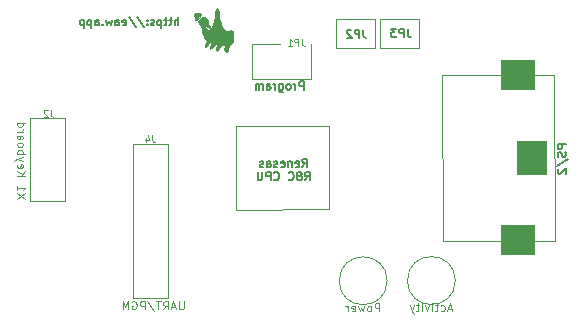
<source format=gbr>
G04 #@! TF.GenerationSoftware,KiCad,Pcbnew,(6.0.1-0)*
G04 #@! TF.CreationDate,2022-03-09T23:32:45+00:00*
G04 #@! TF.ProjectId,x1key,78316b65-792e-46b6-9963-61645f706362,1.2*
G04 #@! TF.SameCoordinates,Original*
G04 #@! TF.FileFunction,Legend,Bot*
G04 #@! TF.FilePolarity,Positive*
%FSLAX46Y46*%
G04 Gerber Fmt 4.6, Leading zero omitted, Abs format (unit mm)*
G04 Created by KiCad (PCBNEW (6.0.1-0)) date 2022-03-09 23:32:45*
%MOMM*%
%LPD*%
G01*
G04 APERTURE LIST*
%ADD10C,0.120000*%
%ADD11C,0.100000*%
%ADD12C,0.150000*%
%ADD13C,0.010000*%
%ADD14R,3.000000X2.500000*%
%ADD15R,2.500000X3.000000*%
G04 APERTURE END LIST*
D10*
X56775000Y-89945000D02*
X53785000Y-89945000D01*
X65490000Y-92120000D02*
X62510000Y-92120000D01*
X98175000Y-86280000D02*
X88700000Y-86290000D01*
X75000000Y-83630000D02*
X72630000Y-83630000D01*
X89814281Y-103680000D02*
G75*
G03*
X89814281Y-103680000I-2027141J0D01*
G01*
X79160000Y-90570000D02*
X71260000Y-90570000D01*
X83020000Y-84010000D02*
X83010000Y-81520000D01*
X72630000Y-83630000D02*
X72640000Y-86630000D01*
X83470000Y-81500000D02*
X83480000Y-84000000D01*
X72640000Y-86630000D02*
X77630000Y-86630000D01*
X84037141Y-103700000D02*
G75*
G03*
X84037141Y-103700000I-2027141J0D01*
G01*
X98225000Y-100340000D02*
X98175000Y-86280000D01*
X79720000Y-81520000D02*
X79750000Y-84020000D01*
X62510000Y-105120000D02*
X65510000Y-105120000D01*
X88730000Y-100330000D02*
X98225000Y-100340000D01*
X65510000Y-105120000D02*
X65490000Y-92120000D01*
X53795000Y-96945000D02*
X56785000Y-96935000D01*
X83010000Y-81520000D02*
X79730000Y-81520000D01*
X71270000Y-97670000D02*
X79160000Y-97660000D01*
X86770000Y-84000000D02*
X86770000Y-81500000D01*
X88700000Y-86290000D02*
X88730000Y-100330000D01*
X56785000Y-96935000D02*
X56775000Y-89945000D01*
X53785000Y-89945000D02*
X53795000Y-96945000D01*
X79160000Y-97660000D02*
X79160000Y-90570000D01*
X83480000Y-84000000D02*
X86770000Y-84000000D01*
X71260000Y-90570000D02*
X71270000Y-97670000D01*
X86770000Y-81500000D02*
X83480000Y-81500000D01*
X62510000Y-92120000D02*
X62510000Y-105120000D01*
X79750000Y-84020000D02*
X83020000Y-84010000D01*
X77630000Y-86630000D02*
X77620000Y-83630000D01*
D11*
X53423333Y-96733333D02*
X52723333Y-96266666D01*
X53423333Y-96266666D02*
X52723333Y-96733333D01*
X52723333Y-95633333D02*
X52723333Y-96033333D01*
X52723333Y-95833333D02*
X53423333Y-95833333D01*
X53323333Y-95900000D01*
X53256666Y-95966666D01*
X53223333Y-96033333D01*
X52723333Y-94800000D02*
X53423333Y-94800000D01*
X52723333Y-94400000D02*
X53123333Y-94700000D01*
X53423333Y-94400000D02*
X53023333Y-94800000D01*
X52756666Y-93833333D02*
X52723333Y-93900000D01*
X52723333Y-94033333D01*
X52756666Y-94100000D01*
X52823333Y-94133333D01*
X53090000Y-94133333D01*
X53156666Y-94100000D01*
X53190000Y-94033333D01*
X53190000Y-93900000D01*
X53156666Y-93833333D01*
X53090000Y-93800000D01*
X53023333Y-93800000D01*
X52956666Y-94133333D01*
X53190000Y-93566666D02*
X52723333Y-93400000D01*
X53190000Y-93233333D02*
X52723333Y-93400000D01*
X52556666Y-93466666D01*
X52523333Y-93500000D01*
X52490000Y-93566666D01*
X52723333Y-92966666D02*
X53423333Y-92966666D01*
X53156666Y-92966666D02*
X53190000Y-92900000D01*
X53190000Y-92766666D01*
X53156666Y-92700000D01*
X53123333Y-92666666D01*
X53056666Y-92633333D01*
X52856666Y-92633333D01*
X52790000Y-92666666D01*
X52756666Y-92700000D01*
X52723333Y-92766666D01*
X52723333Y-92900000D01*
X52756666Y-92966666D01*
X52723333Y-92233333D02*
X52756666Y-92300000D01*
X52790000Y-92333333D01*
X52856666Y-92366666D01*
X53056666Y-92366666D01*
X53123333Y-92333333D01*
X53156666Y-92300000D01*
X53190000Y-92233333D01*
X53190000Y-92133333D01*
X53156666Y-92066666D01*
X53123333Y-92033333D01*
X53056666Y-92000000D01*
X52856666Y-92000000D01*
X52790000Y-92033333D01*
X52756666Y-92066666D01*
X52723333Y-92133333D01*
X52723333Y-92233333D01*
X52723333Y-91400000D02*
X53090000Y-91400000D01*
X53156666Y-91433333D01*
X53190000Y-91500000D01*
X53190000Y-91633333D01*
X53156666Y-91700000D01*
X52756666Y-91400000D02*
X52723333Y-91466666D01*
X52723333Y-91633333D01*
X52756666Y-91700000D01*
X52823333Y-91733333D01*
X52890000Y-91733333D01*
X52956666Y-91700000D01*
X52990000Y-91633333D01*
X52990000Y-91466666D01*
X53023333Y-91400000D01*
X52723333Y-91066666D02*
X53190000Y-91066666D01*
X53056666Y-91066666D02*
X53123333Y-91033333D01*
X53156666Y-91000000D01*
X53190000Y-90933333D01*
X53190000Y-90866666D01*
X52723333Y-90333333D02*
X53423333Y-90333333D01*
X52756666Y-90333333D02*
X52723333Y-90400000D01*
X52723333Y-90533333D01*
X52756666Y-90600000D01*
X52790000Y-90633333D01*
X52856666Y-90666666D01*
X53056666Y-90666666D01*
X53123333Y-90633333D01*
X53156666Y-90600000D01*
X53190000Y-90533333D01*
X53190000Y-90400000D01*
X53156666Y-90333333D01*
D12*
X76973333Y-87506666D02*
X76973333Y-86806666D01*
X76706666Y-86806666D01*
X76640000Y-86840000D01*
X76606666Y-86873333D01*
X76573333Y-86940000D01*
X76573333Y-87040000D01*
X76606666Y-87106666D01*
X76640000Y-87140000D01*
X76706666Y-87173333D01*
X76973333Y-87173333D01*
X76273333Y-87506666D02*
X76273333Y-87040000D01*
X76273333Y-87173333D02*
X76240000Y-87106666D01*
X76206666Y-87073333D01*
X76140000Y-87040000D01*
X76073333Y-87040000D01*
X75740000Y-87506666D02*
X75806666Y-87473333D01*
X75840000Y-87440000D01*
X75873333Y-87373333D01*
X75873333Y-87173333D01*
X75840000Y-87106666D01*
X75806666Y-87073333D01*
X75740000Y-87040000D01*
X75640000Y-87040000D01*
X75573333Y-87073333D01*
X75540000Y-87106666D01*
X75506666Y-87173333D01*
X75506666Y-87373333D01*
X75540000Y-87440000D01*
X75573333Y-87473333D01*
X75640000Y-87506666D01*
X75740000Y-87506666D01*
X74906666Y-87040000D02*
X74906666Y-87606666D01*
X74940000Y-87673333D01*
X74973333Y-87706666D01*
X75040000Y-87740000D01*
X75140000Y-87740000D01*
X75206666Y-87706666D01*
X74906666Y-87473333D02*
X74973333Y-87506666D01*
X75106666Y-87506666D01*
X75173333Y-87473333D01*
X75206666Y-87440000D01*
X75240000Y-87373333D01*
X75240000Y-87173333D01*
X75206666Y-87106666D01*
X75173333Y-87073333D01*
X75106666Y-87040000D01*
X74973333Y-87040000D01*
X74906666Y-87073333D01*
X74573333Y-87506666D02*
X74573333Y-87040000D01*
X74573333Y-87173333D02*
X74540000Y-87106666D01*
X74506666Y-87073333D01*
X74440000Y-87040000D01*
X74373333Y-87040000D01*
X73840000Y-87506666D02*
X73840000Y-87140000D01*
X73873333Y-87073333D01*
X73940000Y-87040000D01*
X74073333Y-87040000D01*
X74140000Y-87073333D01*
X73840000Y-87473333D02*
X73906666Y-87506666D01*
X74073333Y-87506666D01*
X74140000Y-87473333D01*
X74173333Y-87406666D01*
X74173333Y-87340000D01*
X74140000Y-87273333D01*
X74073333Y-87240000D01*
X73906666Y-87240000D01*
X73840000Y-87206666D01*
X73506666Y-87506666D02*
X73506666Y-87040000D01*
X73506666Y-87106666D02*
X73473333Y-87073333D01*
X73406666Y-87040000D01*
X73306666Y-87040000D01*
X73240000Y-87073333D01*
X73206666Y-87140000D01*
X73206666Y-87506666D01*
X73206666Y-87140000D02*
X73173333Y-87073333D01*
X73106666Y-87040000D01*
X73006666Y-87040000D01*
X72940000Y-87073333D01*
X72906666Y-87140000D01*
X72906666Y-87506666D01*
D11*
X66803333Y-105426666D02*
X66803333Y-105993333D01*
X66770000Y-106060000D01*
X66736666Y-106093333D01*
X66670000Y-106126666D01*
X66536666Y-106126666D01*
X66470000Y-106093333D01*
X66436666Y-106060000D01*
X66403333Y-105993333D01*
X66403333Y-105426666D01*
X66103333Y-105926666D02*
X65770000Y-105926666D01*
X66170000Y-106126666D02*
X65936666Y-105426666D01*
X65703333Y-106126666D01*
X65070000Y-106126666D02*
X65303333Y-105793333D01*
X65470000Y-106126666D02*
X65470000Y-105426666D01*
X65203333Y-105426666D01*
X65136666Y-105460000D01*
X65103333Y-105493333D01*
X65070000Y-105560000D01*
X65070000Y-105660000D01*
X65103333Y-105726666D01*
X65136666Y-105760000D01*
X65203333Y-105793333D01*
X65470000Y-105793333D01*
X64870000Y-105426666D02*
X64470000Y-105426666D01*
X64670000Y-106126666D02*
X64670000Y-105426666D01*
X63736666Y-105393333D02*
X64336666Y-106293333D01*
X63503333Y-106126666D02*
X63503333Y-105426666D01*
X63236666Y-105426666D01*
X63170000Y-105460000D01*
X63136666Y-105493333D01*
X63103333Y-105560000D01*
X63103333Y-105660000D01*
X63136666Y-105726666D01*
X63170000Y-105760000D01*
X63236666Y-105793333D01*
X63503333Y-105793333D01*
X62436666Y-105460000D02*
X62503333Y-105426666D01*
X62603333Y-105426666D01*
X62703333Y-105460000D01*
X62770000Y-105526666D01*
X62803333Y-105593333D01*
X62836666Y-105726666D01*
X62836666Y-105826666D01*
X62803333Y-105960000D01*
X62770000Y-106026666D01*
X62703333Y-106093333D01*
X62603333Y-106126666D01*
X62536666Y-106126666D01*
X62436666Y-106093333D01*
X62403333Y-106060000D01*
X62403333Y-105826666D01*
X62536666Y-105826666D01*
X62103333Y-106126666D02*
X62103333Y-105426666D01*
X61870000Y-105926666D01*
X61636666Y-105426666D01*
X61636666Y-106126666D01*
X83383333Y-106296666D02*
X83383333Y-105596666D01*
X83116666Y-105596666D01*
X83050000Y-105630000D01*
X83016666Y-105663333D01*
X82983333Y-105730000D01*
X82983333Y-105830000D01*
X83016666Y-105896666D01*
X83050000Y-105930000D01*
X83116666Y-105963333D01*
X83383333Y-105963333D01*
X82583333Y-106296666D02*
X82650000Y-106263333D01*
X82683333Y-106230000D01*
X82716666Y-106163333D01*
X82716666Y-105963333D01*
X82683333Y-105896666D01*
X82650000Y-105863333D01*
X82583333Y-105830000D01*
X82483333Y-105830000D01*
X82416666Y-105863333D01*
X82383333Y-105896666D01*
X82350000Y-105963333D01*
X82350000Y-106163333D01*
X82383333Y-106230000D01*
X82416666Y-106263333D01*
X82483333Y-106296666D01*
X82583333Y-106296666D01*
X82116666Y-105830000D02*
X81983333Y-106296666D01*
X81850000Y-105963333D01*
X81716666Y-106296666D01*
X81583333Y-105830000D01*
X81050000Y-106263333D02*
X81116666Y-106296666D01*
X81250000Y-106296666D01*
X81316666Y-106263333D01*
X81350000Y-106196666D01*
X81350000Y-105930000D01*
X81316666Y-105863333D01*
X81250000Y-105830000D01*
X81116666Y-105830000D01*
X81050000Y-105863333D01*
X81016666Y-105930000D01*
X81016666Y-105996666D01*
X81350000Y-106063333D01*
X80716666Y-106296666D02*
X80716666Y-105830000D01*
X80716666Y-105963333D02*
X80683333Y-105896666D01*
X80650000Y-105863333D01*
X80583333Y-105830000D01*
X80516666Y-105830000D01*
D12*
X99176666Y-92153333D02*
X98476666Y-92153333D01*
X98476666Y-92420000D01*
X98510000Y-92486666D01*
X98543333Y-92520000D01*
X98610000Y-92553333D01*
X98710000Y-92553333D01*
X98776666Y-92520000D01*
X98810000Y-92486666D01*
X98843333Y-92420000D01*
X98843333Y-92153333D01*
X99143333Y-92820000D02*
X99176666Y-92920000D01*
X99176666Y-93086666D01*
X99143333Y-93153333D01*
X99110000Y-93186666D01*
X99043333Y-93220000D01*
X98976666Y-93220000D01*
X98910000Y-93186666D01*
X98876666Y-93153333D01*
X98843333Y-93086666D01*
X98810000Y-92953333D01*
X98776666Y-92886666D01*
X98743333Y-92853333D01*
X98676666Y-92820000D01*
X98610000Y-92820000D01*
X98543333Y-92853333D01*
X98510000Y-92886666D01*
X98476666Y-92953333D01*
X98476666Y-93120000D01*
X98510000Y-93220000D01*
X98443333Y-94020000D02*
X99343333Y-93420000D01*
X98543333Y-94220000D02*
X98510000Y-94253333D01*
X98476666Y-94320000D01*
X98476666Y-94486666D01*
X98510000Y-94553333D01*
X98543333Y-94586666D01*
X98610000Y-94620000D01*
X98676666Y-94620000D01*
X98776666Y-94586666D01*
X99176666Y-94186666D01*
X99176666Y-94620000D01*
D11*
X89503333Y-106056666D02*
X89170000Y-106056666D01*
X89570000Y-106256666D02*
X89336666Y-105556666D01*
X89103333Y-106256666D01*
X88570000Y-106223333D02*
X88636666Y-106256666D01*
X88770000Y-106256666D01*
X88836666Y-106223333D01*
X88870000Y-106190000D01*
X88903333Y-106123333D01*
X88903333Y-105923333D01*
X88870000Y-105856666D01*
X88836666Y-105823333D01*
X88770000Y-105790000D01*
X88636666Y-105790000D01*
X88570000Y-105823333D01*
X88370000Y-105790000D02*
X88103333Y-105790000D01*
X88270000Y-105556666D02*
X88270000Y-106156666D01*
X88236666Y-106223333D01*
X88170000Y-106256666D01*
X88103333Y-106256666D01*
X87870000Y-106256666D02*
X87870000Y-105790000D01*
X87870000Y-105556666D02*
X87903333Y-105590000D01*
X87870000Y-105623333D01*
X87836666Y-105590000D01*
X87870000Y-105556666D01*
X87870000Y-105623333D01*
X87603333Y-105790000D02*
X87436666Y-106256666D01*
X87270000Y-105790000D01*
X87003333Y-106256666D02*
X87003333Y-105790000D01*
X87003333Y-105556666D02*
X87036666Y-105590000D01*
X87003333Y-105623333D01*
X86970000Y-105590000D01*
X87003333Y-105556666D01*
X87003333Y-105623333D01*
X86770000Y-105790000D02*
X86503333Y-105790000D01*
X86670000Y-105556666D02*
X86670000Y-106156666D01*
X86636666Y-106223333D01*
X86570000Y-106256666D01*
X86503333Y-106256666D01*
X86336666Y-105790000D02*
X86170000Y-106256666D01*
X86003333Y-105790000D02*
X86170000Y-106256666D01*
X86236666Y-106423333D01*
X86270000Y-106456666D01*
X86336666Y-106490000D01*
D12*
X76853333Y-94063166D02*
X77086666Y-93729833D01*
X77253333Y-94063166D02*
X77253333Y-93363166D01*
X76986666Y-93363166D01*
X76920000Y-93396500D01*
X76886666Y-93429833D01*
X76853333Y-93496500D01*
X76853333Y-93596500D01*
X76886666Y-93663166D01*
X76920000Y-93696500D01*
X76986666Y-93729833D01*
X77253333Y-93729833D01*
X76286666Y-94029833D02*
X76353333Y-94063166D01*
X76486666Y-94063166D01*
X76553333Y-94029833D01*
X76586666Y-93963166D01*
X76586666Y-93696500D01*
X76553333Y-93629833D01*
X76486666Y-93596500D01*
X76353333Y-93596500D01*
X76286666Y-93629833D01*
X76253333Y-93696500D01*
X76253333Y-93763166D01*
X76586666Y-93829833D01*
X75953333Y-93596500D02*
X75953333Y-94063166D01*
X75953333Y-93663166D02*
X75920000Y-93629833D01*
X75853333Y-93596500D01*
X75753333Y-93596500D01*
X75686666Y-93629833D01*
X75653333Y-93696500D01*
X75653333Y-94063166D01*
X75053333Y-94029833D02*
X75120000Y-94063166D01*
X75253333Y-94063166D01*
X75320000Y-94029833D01*
X75353333Y-93963166D01*
X75353333Y-93696500D01*
X75320000Y-93629833D01*
X75253333Y-93596500D01*
X75120000Y-93596500D01*
X75053333Y-93629833D01*
X75020000Y-93696500D01*
X75020000Y-93763166D01*
X75353333Y-93829833D01*
X74753333Y-94029833D02*
X74686666Y-94063166D01*
X74553333Y-94063166D01*
X74486666Y-94029833D01*
X74453333Y-93963166D01*
X74453333Y-93929833D01*
X74486666Y-93863166D01*
X74553333Y-93829833D01*
X74653333Y-93829833D01*
X74720000Y-93796500D01*
X74753333Y-93729833D01*
X74753333Y-93696500D01*
X74720000Y-93629833D01*
X74653333Y-93596500D01*
X74553333Y-93596500D01*
X74486666Y-93629833D01*
X73853333Y-94063166D02*
X73853333Y-93696500D01*
X73886666Y-93629833D01*
X73953333Y-93596500D01*
X74086666Y-93596500D01*
X74153333Y-93629833D01*
X73853333Y-94029833D02*
X73920000Y-94063166D01*
X74086666Y-94063166D01*
X74153333Y-94029833D01*
X74186666Y-93963166D01*
X74186666Y-93896500D01*
X74153333Y-93829833D01*
X74086666Y-93796500D01*
X73920000Y-93796500D01*
X73853333Y-93763166D01*
X73553333Y-94029833D02*
X73486666Y-94063166D01*
X73353333Y-94063166D01*
X73286666Y-94029833D01*
X73253333Y-93963166D01*
X73253333Y-93929833D01*
X73286666Y-93863166D01*
X73353333Y-93829833D01*
X73453333Y-93829833D01*
X73520000Y-93796500D01*
X73553333Y-93729833D01*
X73553333Y-93696500D01*
X73520000Y-93629833D01*
X73453333Y-93596500D01*
X73353333Y-93596500D01*
X73286666Y-93629833D01*
X77070000Y-95190166D02*
X77303333Y-94856833D01*
X77470000Y-95190166D02*
X77470000Y-94490166D01*
X77203333Y-94490166D01*
X77136666Y-94523500D01*
X77103333Y-94556833D01*
X77070000Y-94623500D01*
X77070000Y-94723500D01*
X77103333Y-94790166D01*
X77136666Y-94823500D01*
X77203333Y-94856833D01*
X77470000Y-94856833D01*
X76670000Y-94790166D02*
X76736666Y-94756833D01*
X76770000Y-94723500D01*
X76803333Y-94656833D01*
X76803333Y-94623500D01*
X76770000Y-94556833D01*
X76736666Y-94523500D01*
X76670000Y-94490166D01*
X76536666Y-94490166D01*
X76470000Y-94523500D01*
X76436666Y-94556833D01*
X76403333Y-94623500D01*
X76403333Y-94656833D01*
X76436666Y-94723500D01*
X76470000Y-94756833D01*
X76536666Y-94790166D01*
X76670000Y-94790166D01*
X76736666Y-94823500D01*
X76770000Y-94856833D01*
X76803333Y-94923500D01*
X76803333Y-95056833D01*
X76770000Y-95123500D01*
X76736666Y-95156833D01*
X76670000Y-95190166D01*
X76536666Y-95190166D01*
X76470000Y-95156833D01*
X76436666Y-95123500D01*
X76403333Y-95056833D01*
X76403333Y-94923500D01*
X76436666Y-94856833D01*
X76470000Y-94823500D01*
X76536666Y-94790166D01*
X75703333Y-95123500D02*
X75736666Y-95156833D01*
X75836666Y-95190166D01*
X75903333Y-95190166D01*
X76003333Y-95156833D01*
X76070000Y-95090166D01*
X76103333Y-95023500D01*
X76136666Y-94890166D01*
X76136666Y-94790166D01*
X76103333Y-94656833D01*
X76070000Y-94590166D01*
X76003333Y-94523500D01*
X75903333Y-94490166D01*
X75836666Y-94490166D01*
X75736666Y-94523500D01*
X75703333Y-94556833D01*
X74470000Y-95123500D02*
X74503333Y-95156833D01*
X74603333Y-95190166D01*
X74670000Y-95190166D01*
X74770000Y-95156833D01*
X74836666Y-95090166D01*
X74870000Y-95023500D01*
X74903333Y-94890166D01*
X74903333Y-94790166D01*
X74870000Y-94656833D01*
X74836666Y-94590166D01*
X74770000Y-94523500D01*
X74670000Y-94490166D01*
X74603333Y-94490166D01*
X74503333Y-94523500D01*
X74470000Y-94556833D01*
X74170000Y-95190166D02*
X74170000Y-94490166D01*
X73903333Y-94490166D01*
X73836666Y-94523500D01*
X73803333Y-94556833D01*
X73770000Y-94623500D01*
X73770000Y-94723500D01*
X73803333Y-94790166D01*
X73836666Y-94823500D01*
X73903333Y-94856833D01*
X74170000Y-94856833D01*
X73470000Y-94490166D02*
X73470000Y-95056833D01*
X73436666Y-95123500D01*
X73403333Y-95156833D01*
X73336666Y-95190166D01*
X73203333Y-95190166D01*
X73136666Y-95156833D01*
X73103333Y-95123500D01*
X73070000Y-95056833D01*
X73070000Y-94490166D01*
X66360000Y-82066666D02*
X66360000Y-81366666D01*
X66060000Y-82066666D02*
X66060000Y-81700000D01*
X66093333Y-81633333D01*
X66160000Y-81600000D01*
X66260000Y-81600000D01*
X66326666Y-81633333D01*
X66360000Y-81666666D01*
X65826666Y-81600000D02*
X65560000Y-81600000D01*
X65726666Y-81366666D02*
X65726666Y-81966666D01*
X65693333Y-82033333D01*
X65626666Y-82066666D01*
X65560000Y-82066666D01*
X65426666Y-81600000D02*
X65160000Y-81600000D01*
X65326666Y-81366666D02*
X65326666Y-81966666D01*
X65293333Y-82033333D01*
X65226666Y-82066666D01*
X65160000Y-82066666D01*
X64926666Y-81600000D02*
X64926666Y-82300000D01*
X64926666Y-81633333D02*
X64860000Y-81600000D01*
X64726666Y-81600000D01*
X64660000Y-81633333D01*
X64626666Y-81666666D01*
X64593333Y-81733333D01*
X64593333Y-81933333D01*
X64626666Y-82000000D01*
X64660000Y-82033333D01*
X64726666Y-82066666D01*
X64860000Y-82066666D01*
X64926666Y-82033333D01*
X64326666Y-82033333D02*
X64260000Y-82066666D01*
X64126666Y-82066666D01*
X64060000Y-82033333D01*
X64026666Y-81966666D01*
X64026666Y-81933333D01*
X64060000Y-81866666D01*
X64126666Y-81833333D01*
X64226666Y-81833333D01*
X64293333Y-81800000D01*
X64326666Y-81733333D01*
X64326666Y-81700000D01*
X64293333Y-81633333D01*
X64226666Y-81600000D01*
X64126666Y-81600000D01*
X64060000Y-81633333D01*
X63726666Y-82000000D02*
X63693333Y-82033333D01*
X63726666Y-82066666D01*
X63760000Y-82033333D01*
X63726666Y-82000000D01*
X63726666Y-82066666D01*
X63726666Y-81633333D02*
X63693333Y-81666666D01*
X63726666Y-81700000D01*
X63760000Y-81666666D01*
X63726666Y-81633333D01*
X63726666Y-81700000D01*
X62893333Y-81333333D02*
X63493333Y-82233333D01*
X62160000Y-81333333D02*
X62760000Y-82233333D01*
X61660000Y-82033333D02*
X61726666Y-82066666D01*
X61860000Y-82066666D01*
X61926666Y-82033333D01*
X61960000Y-81966666D01*
X61960000Y-81700000D01*
X61926666Y-81633333D01*
X61860000Y-81600000D01*
X61726666Y-81600000D01*
X61660000Y-81633333D01*
X61626666Y-81700000D01*
X61626666Y-81766666D01*
X61960000Y-81833333D01*
X61026666Y-82066666D02*
X61026666Y-81700000D01*
X61060000Y-81633333D01*
X61126666Y-81600000D01*
X61260000Y-81600000D01*
X61326666Y-81633333D01*
X61026666Y-82033333D02*
X61093333Y-82066666D01*
X61260000Y-82066666D01*
X61326666Y-82033333D01*
X61360000Y-81966666D01*
X61360000Y-81900000D01*
X61326666Y-81833333D01*
X61260000Y-81800000D01*
X61093333Y-81800000D01*
X61026666Y-81766666D01*
X60760000Y-81600000D02*
X60626666Y-82066666D01*
X60493333Y-81733333D01*
X60360000Y-82066666D01*
X60226666Y-81600000D01*
X59960000Y-82000000D02*
X59926666Y-82033333D01*
X59960000Y-82066666D01*
X59993333Y-82033333D01*
X59960000Y-82000000D01*
X59960000Y-82066666D01*
X59326666Y-82066666D02*
X59326666Y-81700000D01*
X59360000Y-81633333D01*
X59426666Y-81600000D01*
X59560000Y-81600000D01*
X59626666Y-81633333D01*
X59326666Y-82033333D02*
X59393333Y-82066666D01*
X59560000Y-82066666D01*
X59626666Y-82033333D01*
X59660000Y-81966666D01*
X59660000Y-81900000D01*
X59626666Y-81833333D01*
X59560000Y-81800000D01*
X59393333Y-81800000D01*
X59326666Y-81766666D01*
X58993333Y-81600000D02*
X58993333Y-82300000D01*
X58993333Y-81633333D02*
X58926666Y-81600000D01*
X58793333Y-81600000D01*
X58726666Y-81633333D01*
X58693333Y-81666666D01*
X58660000Y-81733333D01*
X58660000Y-81933333D01*
X58693333Y-82000000D01*
X58726666Y-82033333D01*
X58793333Y-82066666D01*
X58926666Y-82066666D01*
X58993333Y-82033333D01*
X58360000Y-81600000D02*
X58360000Y-82300000D01*
X58360000Y-81633333D02*
X58293333Y-81600000D01*
X58160000Y-81600000D01*
X58093333Y-81633333D01*
X58060000Y-81666666D01*
X58026666Y-81733333D01*
X58026666Y-81933333D01*
X58060000Y-82000000D01*
X58093333Y-82033333D01*
X58160000Y-82066666D01*
X58293333Y-82066666D01*
X58360000Y-82033333D01*
D11*
X64160000Y-91371428D02*
X64160000Y-91800000D01*
X64188571Y-91885714D01*
X64245714Y-91942857D01*
X64331428Y-91971428D01*
X64388571Y-91971428D01*
X63617142Y-91571428D02*
X63617142Y-91971428D01*
X63760000Y-91342857D02*
X63902857Y-91771428D01*
X63531428Y-91771428D01*
D12*
X82023333Y-82426666D02*
X82023333Y-82926666D01*
X82056666Y-83026666D01*
X82123333Y-83093333D01*
X82223333Y-83126666D01*
X82290000Y-83126666D01*
X81690000Y-83126666D02*
X81690000Y-82426666D01*
X81423333Y-82426666D01*
X81356666Y-82460000D01*
X81323333Y-82493333D01*
X81290000Y-82560000D01*
X81290000Y-82660000D01*
X81323333Y-82726666D01*
X81356666Y-82760000D01*
X81423333Y-82793333D01*
X81690000Y-82793333D01*
X81023333Y-82493333D02*
X80990000Y-82460000D01*
X80923333Y-82426666D01*
X80756666Y-82426666D01*
X80690000Y-82460000D01*
X80656666Y-82493333D01*
X80623333Y-82560000D01*
X80623333Y-82626666D01*
X80656666Y-82726666D01*
X81056666Y-83126666D01*
X80623333Y-83126666D01*
X85773333Y-82376666D02*
X85773333Y-82876666D01*
X85806666Y-82976666D01*
X85873333Y-83043333D01*
X85973333Y-83076666D01*
X86040000Y-83076666D01*
X85440000Y-83076666D02*
X85440000Y-82376666D01*
X85173333Y-82376666D01*
X85106666Y-82410000D01*
X85073333Y-82443333D01*
X85040000Y-82510000D01*
X85040000Y-82610000D01*
X85073333Y-82676666D01*
X85106666Y-82710000D01*
X85173333Y-82743333D01*
X85440000Y-82743333D01*
X84806666Y-82376666D02*
X84373333Y-82376666D01*
X84606666Y-82643333D01*
X84506666Y-82643333D01*
X84440000Y-82676666D01*
X84406666Y-82710000D01*
X84373333Y-82776666D01*
X84373333Y-82943333D01*
X84406666Y-83010000D01*
X84440000Y-83043333D01*
X84506666Y-83076666D01*
X84706666Y-83076666D01*
X84773333Y-83043333D01*
X84806666Y-83010000D01*
D11*
X76820000Y-83201428D02*
X76820000Y-83630000D01*
X76848571Y-83715714D01*
X76905714Y-83772857D01*
X76991428Y-83801428D01*
X77048571Y-83801428D01*
X76534285Y-83801428D02*
X76534285Y-83201428D01*
X76305714Y-83201428D01*
X76248571Y-83230000D01*
X76220000Y-83258571D01*
X76191428Y-83315714D01*
X76191428Y-83401428D01*
X76220000Y-83458571D01*
X76248571Y-83487142D01*
X76305714Y-83515714D01*
X76534285Y-83515714D01*
X75620000Y-83801428D02*
X75962857Y-83801428D01*
X75791428Y-83801428D02*
X75791428Y-83201428D01*
X75848571Y-83287142D01*
X75905714Y-83344285D01*
X75962857Y-83372857D01*
X55550000Y-89201428D02*
X55550000Y-89630000D01*
X55578571Y-89715714D01*
X55635714Y-89772857D01*
X55721428Y-89801428D01*
X55778571Y-89801428D01*
X55292857Y-89258571D02*
X55264285Y-89230000D01*
X55207142Y-89201428D01*
X55064285Y-89201428D01*
X55007142Y-89230000D01*
X54978571Y-89258571D01*
X54950000Y-89315714D01*
X54950000Y-89372857D01*
X54978571Y-89458571D01*
X55321428Y-89801428D01*
X54950000Y-89801428D01*
D13*
X69536711Y-80782326D02*
X69459057Y-80970780D01*
X69459057Y-80970780D02*
X69463862Y-81105354D01*
X69463862Y-81105354D02*
X69469716Y-81243532D01*
X69469716Y-81243532D02*
X69437802Y-81474102D01*
X69437802Y-81474102D02*
X69380397Y-81746503D01*
X69380397Y-81746503D02*
X69309776Y-82010174D01*
X69309776Y-82010174D02*
X69238216Y-82214552D01*
X69238216Y-82214552D02*
X69177992Y-82309078D01*
X69177992Y-82309078D02*
X69171223Y-82310667D01*
X69171223Y-82310667D02*
X69042726Y-82240289D01*
X69042726Y-82240289D02*
X68921329Y-82077325D01*
X68921329Y-82077325D02*
X68866195Y-81929667D01*
X68866195Y-81929667D02*
X68493333Y-81929667D01*
X68493333Y-81929667D02*
X68451000Y-81972000D01*
X68451000Y-81972000D02*
X68408666Y-81929667D01*
X68408666Y-81929667D02*
X68451000Y-81887334D01*
X68451000Y-81887334D02*
X68493333Y-81929667D01*
X68493333Y-81929667D02*
X68866195Y-81929667D01*
X68866195Y-81929667D02*
X68852886Y-81894025D01*
X68852886Y-81894025D02*
X68854281Y-81811273D01*
X68854281Y-81811273D02*
X68844383Y-81718000D01*
X68844383Y-81718000D02*
X68662666Y-81718000D01*
X68662666Y-81718000D02*
X68633780Y-81800466D01*
X68633780Y-81800466D02*
X68625330Y-81802667D01*
X68625330Y-81802667D02*
X68553044Y-81743338D01*
X68553044Y-81743338D02*
X68535666Y-81718000D01*
X68535666Y-81718000D02*
X68540862Y-81657603D01*
X68540862Y-81657603D02*
X68310352Y-81657603D01*
X68310352Y-81657603D02*
X68289751Y-81704918D01*
X68289751Y-81704918D02*
X68204501Y-81795812D01*
X68204501Y-81795812D02*
X68155491Y-81777166D01*
X68155491Y-81777166D02*
X68154666Y-81765330D01*
X68154666Y-81765330D02*
X68214803Y-81693718D01*
X68214803Y-81693718D02*
X68252415Y-81667582D01*
X68252415Y-81667582D02*
X68310352Y-81657603D01*
X68310352Y-81657603D02*
X68540862Y-81657603D01*
X68540862Y-81657603D02*
X68542379Y-81639981D01*
X68542379Y-81639981D02*
X68573003Y-81633334D01*
X68573003Y-81633334D02*
X68659221Y-81694794D01*
X68659221Y-81694794D02*
X68662666Y-81718000D01*
X68662666Y-81718000D02*
X68844383Y-81718000D01*
X68844383Y-81718000D02*
X68834356Y-81623520D01*
X68834356Y-81623520D02*
X68715635Y-81451847D01*
X68715635Y-81451847D02*
X68548962Y-81351099D01*
X68548962Y-81351099D02*
X68429227Y-81352759D01*
X68429227Y-81352759D02*
X68169830Y-81498162D01*
X68169830Y-81498162D02*
X68054178Y-81684449D01*
X68054178Y-81684449D02*
X68091064Y-81885944D01*
X68091064Y-81885944D02*
X68202692Y-82014334D01*
X68202692Y-82014334D02*
X68272648Y-82143931D01*
X68272648Y-82143931D02*
X68334223Y-82375103D01*
X68334223Y-82375103D02*
X68354574Y-82501808D01*
X68354574Y-82501808D02*
X68419744Y-82802464D01*
X68419744Y-82802464D02*
X68524029Y-83070829D01*
X68524029Y-83070829D02*
X68645147Y-83260788D01*
X68645147Y-83260788D02*
X68753133Y-83326667D01*
X68753133Y-83326667D02*
X68764120Y-83389525D01*
X68764120Y-83389525D02*
X68698861Y-83543944D01*
X68698861Y-83543944D02*
X68681485Y-83575201D01*
X68681485Y-83575201D02*
X68613794Y-83746176D01*
X68613794Y-83746176D02*
X68606788Y-83878144D01*
X68606788Y-83878144D02*
X68649640Y-83930964D01*
X68649640Y-83930964D02*
X68731525Y-83864498D01*
X68731525Y-83864498D02*
X68751271Y-83833962D01*
X68751271Y-83833962D02*
X68889842Y-83612796D01*
X68889842Y-83612796D02*
X68976526Y-83513710D01*
X68976526Y-83513710D02*
X69042064Y-83510982D01*
X69042064Y-83510982D02*
X69089851Y-83550652D01*
X69089851Y-83550652D02*
X69139078Y-83655320D01*
X69139078Y-83655320D02*
X69093377Y-83703107D01*
X69093377Y-83703107D02*
X69022767Y-83810489D01*
X69022767Y-83810489D02*
X69003560Y-83960789D01*
X69003560Y-83960789D02*
X69039373Y-84072584D01*
X69039373Y-84072584D02*
X69076262Y-84088667D01*
X69076262Y-84088667D02*
X69171467Y-84024953D01*
X69171467Y-84024953D02*
X69289881Y-83877000D01*
X69289881Y-83877000D02*
X69422394Y-83732472D01*
X69422394Y-83732472D02*
X69554153Y-83665741D01*
X69554153Y-83665741D02*
X69641843Y-83684755D01*
X69641843Y-83684755D02*
X69642145Y-83797462D01*
X69642145Y-83797462D02*
X69635986Y-83813500D01*
X69635986Y-83813500D02*
X69567278Y-84067595D01*
X69567278Y-84067595D02*
X69611288Y-84211367D01*
X69611288Y-84211367D02*
X69645906Y-84230912D01*
X69645906Y-84230912D02*
X69739063Y-84185438D01*
X69739063Y-84185438D02*
X69837227Y-84029604D01*
X69837227Y-84029604D02*
X69843121Y-84015778D01*
X69843121Y-84015778D02*
X69951474Y-83850919D01*
X69951474Y-83850919D02*
X70092758Y-83741874D01*
X70092758Y-83741874D02*
X70225274Y-83702116D01*
X70225274Y-83702116D02*
X70307321Y-83745117D01*
X70307321Y-83745117D02*
X70303085Y-83867172D01*
X70303085Y-83867172D02*
X70243244Y-84130363D01*
X70243244Y-84130363D02*
X70276925Y-84275537D01*
X70276925Y-84275537D02*
X70365706Y-84322257D01*
X70365706Y-84322257D02*
X70466508Y-84293155D01*
X70466508Y-84293155D02*
X70532810Y-84135719D01*
X70532810Y-84135719D02*
X70556266Y-84013882D01*
X70556266Y-84013882D02*
X70615255Y-83782339D01*
X70615255Y-83782339D02*
X70714047Y-83674145D01*
X70714047Y-83674145D02*
X70800560Y-83650048D01*
X70800560Y-83650048D02*
X70923689Y-83604967D01*
X70923689Y-83604967D02*
X70987763Y-83483995D01*
X70987763Y-83483995D02*
X71017737Y-83248791D01*
X71017737Y-83248791D02*
X71023021Y-82965785D01*
X71023021Y-82965785D02*
X71003297Y-82721036D01*
X71003297Y-82721036D02*
X70993231Y-82670414D01*
X70993231Y-82670414D02*
X70962443Y-82592889D01*
X70962443Y-82592889D02*
X69650444Y-82592889D01*
X69650444Y-82592889D02*
X69638822Y-82643223D01*
X69638822Y-82643223D02*
X69594000Y-82649334D01*
X69594000Y-82649334D02*
X69524310Y-82618355D01*
X69524310Y-82618355D02*
X69537555Y-82592889D01*
X69537555Y-82592889D02*
X69638035Y-82582756D01*
X69638035Y-82582756D02*
X69650444Y-82592889D01*
X69650444Y-82592889D02*
X70962443Y-82592889D01*
X70962443Y-82592889D02*
X70941404Y-82539914D01*
X70941404Y-82539914D02*
X70839755Y-82496846D01*
X70839755Y-82496846D02*
X70632184Y-82518596D01*
X70632184Y-82518596D02*
X70621169Y-82520446D01*
X70621169Y-82520446D02*
X70349246Y-82533143D01*
X70349246Y-82533143D02*
X70300053Y-82508222D01*
X70300053Y-82508222D02*
X69396444Y-82508222D01*
X69396444Y-82508222D02*
X69384822Y-82558557D01*
X69384822Y-82558557D02*
X69340000Y-82564667D01*
X69340000Y-82564667D02*
X69270310Y-82533689D01*
X69270310Y-82533689D02*
X69283555Y-82508222D01*
X69283555Y-82508222D02*
X69384035Y-82498089D01*
X69384035Y-82498089D02*
X69396444Y-82508222D01*
X69396444Y-82508222D02*
X70300053Y-82508222D01*
X70300053Y-82508222D02*
X70234251Y-82474887D01*
X70234251Y-82474887D02*
X69024603Y-82474887D01*
X69024603Y-82474887D02*
X68916168Y-82442951D01*
X68916168Y-82442951D02*
X68735546Y-82317955D01*
X68735546Y-82317955D02*
X68615132Y-82186305D01*
X68615132Y-82186305D02*
X68599841Y-82091671D01*
X68599841Y-82091671D02*
X68601732Y-82089611D01*
X68601732Y-82089611D02*
X68696826Y-82100209D01*
X68696826Y-82100209D02*
X68850971Y-82208962D01*
X68850971Y-82208962D02*
X68896141Y-82251657D01*
X68896141Y-82251657D02*
X69024528Y-82408398D01*
X69024528Y-82408398D02*
X69024603Y-82474887D01*
X69024603Y-82474887D02*
X70234251Y-82474887D01*
X70234251Y-82474887D02*
X70212412Y-82463824D01*
X70212412Y-82463824D02*
X70127661Y-82310667D01*
X70127661Y-82310667D02*
X69763333Y-82310667D01*
X69763333Y-82310667D02*
X69698904Y-82392873D01*
X69698904Y-82392873D02*
X69678666Y-82395334D01*
X69678666Y-82395334D02*
X69596460Y-82330904D01*
X69596460Y-82330904D02*
X69594000Y-82310667D01*
X69594000Y-82310667D02*
X69658429Y-82228460D01*
X69658429Y-82228460D02*
X69678666Y-82226000D01*
X69678666Y-82226000D02*
X69760873Y-82290429D01*
X69760873Y-82290429D02*
X69763333Y-82310667D01*
X69763333Y-82310667D02*
X70127661Y-82310667D01*
X70127661Y-82310667D02*
X70116919Y-82291255D01*
X70116919Y-82291255D02*
X70091219Y-82226000D01*
X70091219Y-82226000D02*
X69932666Y-82226000D01*
X69932666Y-82226000D02*
X69901688Y-82295690D01*
X69901688Y-82295690D02*
X69876222Y-82282445D01*
X69876222Y-82282445D02*
X69866089Y-82181965D01*
X69866089Y-82181965D02*
X69876222Y-82169556D01*
X69876222Y-82169556D02*
X69926556Y-82181178D01*
X69926556Y-82181178D02*
X69932666Y-82226000D01*
X69932666Y-82226000D02*
X70091219Y-82226000D01*
X70091219Y-82226000D02*
X70041200Y-82099000D01*
X70041200Y-82099000D02*
X69678666Y-82099000D01*
X69678666Y-82099000D02*
X69636333Y-82141334D01*
X69636333Y-82141334D02*
X69594000Y-82099000D01*
X69594000Y-82099000D02*
X69636333Y-82056667D01*
X69636333Y-82056667D02*
X69678666Y-82099000D01*
X69678666Y-82099000D02*
X70041200Y-82099000D01*
X70041200Y-82099000D02*
X70011894Y-82024592D01*
X70011894Y-82024592D02*
X70008608Y-82014334D01*
X70008608Y-82014334D02*
X69509333Y-82014334D01*
X69509333Y-82014334D02*
X69467000Y-82056667D01*
X69467000Y-82056667D02*
X69424666Y-82014334D01*
X69424666Y-82014334D02*
X69467000Y-81972000D01*
X69467000Y-81972000D02*
X69509333Y-82014334D01*
X69509333Y-82014334D02*
X70008608Y-82014334D01*
X70008608Y-82014334D02*
X69967916Y-81887334D01*
X69967916Y-81887334D02*
X69678666Y-81887334D01*
X69678666Y-81887334D02*
X69647688Y-81957024D01*
X69647688Y-81957024D02*
X69622222Y-81943778D01*
X69622222Y-81943778D02*
X69612089Y-81843298D01*
X69612089Y-81843298D02*
X69622222Y-81830889D01*
X69622222Y-81830889D02*
X69672556Y-81842511D01*
X69672556Y-81842511D02*
X69678666Y-81887334D01*
X69678666Y-81887334D02*
X69967916Y-81887334D01*
X69967916Y-81887334D02*
X69913639Y-81717938D01*
X69913639Y-81717938D02*
X69838454Y-81425400D01*
X69838454Y-81425400D02*
X69802643Y-81201080D01*
X69802643Y-81201080D02*
X69807437Y-81119756D01*
X69807437Y-81119756D02*
X69808878Y-80923074D01*
X69808878Y-80923074D02*
X69760620Y-80781597D01*
X69760620Y-80781597D02*
X69663859Y-80600798D01*
X69663859Y-80600798D02*
X69536711Y-80782326D01*
X69536711Y-80782326D02*
X69536711Y-80782326D01*
G36*
X69042726Y-82240289D02*
G01*
X69171223Y-82310667D01*
X69594000Y-82310667D01*
X69596460Y-82330904D01*
X69678666Y-82395334D01*
X69698904Y-82392873D01*
X69763333Y-82310667D01*
X69760873Y-82290429D01*
X69678666Y-82226000D01*
X69658429Y-82228460D01*
X69594000Y-82310667D01*
X69171223Y-82310667D01*
X69177992Y-82309078D01*
X69238216Y-82214552D01*
X69249626Y-82181965D01*
X69866089Y-82181965D01*
X69876222Y-82282445D01*
X69901688Y-82295690D01*
X69932666Y-82226000D01*
X69926556Y-82181178D01*
X69876222Y-82169556D01*
X69866089Y-82181965D01*
X69249626Y-82181965D01*
X69278675Y-82099000D01*
X69594000Y-82099000D01*
X69636333Y-82141334D01*
X69678666Y-82099000D01*
X69636333Y-82056667D01*
X69594000Y-82099000D01*
X69278675Y-82099000D01*
X69308319Y-82014334D01*
X69424666Y-82014334D01*
X69467000Y-82056667D01*
X69509333Y-82014334D01*
X69467000Y-81972000D01*
X69424666Y-82014334D01*
X69308319Y-82014334D01*
X69309776Y-82010174D01*
X69354472Y-81843298D01*
X69612089Y-81843298D01*
X69622222Y-81943778D01*
X69647688Y-81957024D01*
X69678666Y-81887334D01*
X69672556Y-81842511D01*
X69622222Y-81830889D01*
X69612089Y-81843298D01*
X69354472Y-81843298D01*
X69380397Y-81746503D01*
X69437802Y-81474102D01*
X69469716Y-81243532D01*
X69463862Y-81105354D01*
X69459057Y-80970780D01*
X69536711Y-80782326D01*
X69663859Y-80600798D01*
X69760620Y-80781597D01*
X69808878Y-80923074D01*
X69807437Y-81119756D01*
X69802643Y-81201080D01*
X69838454Y-81425400D01*
X69913639Y-81717938D01*
X69967916Y-81887334D01*
X70008608Y-82014334D01*
X70011894Y-82024592D01*
X70041200Y-82099000D01*
X70091219Y-82226000D01*
X70116919Y-82291255D01*
X70127661Y-82310667D01*
X70212412Y-82463824D01*
X70234251Y-82474887D01*
X70300053Y-82508222D01*
X70349246Y-82533143D01*
X70621169Y-82520446D01*
X70632184Y-82518596D01*
X70839755Y-82496846D01*
X70941404Y-82539914D01*
X70962443Y-82592889D01*
X70993231Y-82670414D01*
X71003297Y-82721036D01*
X71023021Y-82965785D01*
X71017737Y-83248791D01*
X70987763Y-83483995D01*
X70923689Y-83604967D01*
X70800560Y-83650048D01*
X70714047Y-83674145D01*
X70615255Y-83782339D01*
X70556266Y-84013882D01*
X70532810Y-84135719D01*
X70466508Y-84293155D01*
X70365706Y-84322257D01*
X70276925Y-84275537D01*
X70243244Y-84130363D01*
X70303085Y-83867172D01*
X70307321Y-83745117D01*
X70225274Y-83702116D01*
X70092758Y-83741874D01*
X69951474Y-83850919D01*
X69843121Y-84015778D01*
X69837227Y-84029604D01*
X69739063Y-84185438D01*
X69645906Y-84230912D01*
X69611288Y-84211367D01*
X69567278Y-84067595D01*
X69635986Y-83813500D01*
X69642145Y-83797462D01*
X69641843Y-83684755D01*
X69554153Y-83665741D01*
X69422394Y-83732472D01*
X69289881Y-83877000D01*
X69171467Y-84024953D01*
X69076262Y-84088667D01*
X69039373Y-84072584D01*
X69003560Y-83960789D01*
X69022767Y-83810489D01*
X69093377Y-83703107D01*
X69139078Y-83655320D01*
X69089851Y-83550652D01*
X69042064Y-83510982D01*
X68976526Y-83513710D01*
X68889842Y-83612796D01*
X68751271Y-83833962D01*
X68731525Y-83864498D01*
X68649640Y-83930964D01*
X68606788Y-83878144D01*
X68613794Y-83746176D01*
X68681485Y-83575201D01*
X68698861Y-83543944D01*
X68764120Y-83389525D01*
X68753133Y-83326667D01*
X68645147Y-83260788D01*
X68524029Y-83070829D01*
X68419744Y-82802464D01*
X68379837Y-82618355D01*
X69524310Y-82618355D01*
X69594000Y-82649334D01*
X69638822Y-82643223D01*
X69650444Y-82592889D01*
X69638035Y-82582756D01*
X69537555Y-82592889D01*
X69524310Y-82618355D01*
X68379837Y-82618355D01*
X68361485Y-82533689D01*
X69270310Y-82533689D01*
X69340000Y-82564667D01*
X69384822Y-82558557D01*
X69396444Y-82508222D01*
X69384035Y-82498089D01*
X69283555Y-82508222D01*
X69270310Y-82533689D01*
X68361485Y-82533689D01*
X68354574Y-82501808D01*
X68334223Y-82375103D01*
X68272648Y-82143931D01*
X68244438Y-82091671D01*
X68599841Y-82091671D01*
X68615132Y-82186305D01*
X68735546Y-82317955D01*
X68916168Y-82442951D01*
X69024603Y-82474887D01*
X69024528Y-82408398D01*
X68896141Y-82251657D01*
X68850971Y-82208962D01*
X68696826Y-82100209D01*
X68601732Y-82089611D01*
X68599841Y-82091671D01*
X68244438Y-82091671D01*
X68202692Y-82014334D01*
X68129079Y-81929667D01*
X68408666Y-81929667D01*
X68451000Y-81972000D01*
X68493333Y-81929667D01*
X68451000Y-81887334D01*
X68408666Y-81929667D01*
X68129079Y-81929667D01*
X68091064Y-81885944D01*
X68068984Y-81765330D01*
X68154666Y-81765330D01*
X68155491Y-81777166D01*
X68204501Y-81795812D01*
X68277481Y-81718000D01*
X68535666Y-81718000D01*
X68553044Y-81743338D01*
X68625330Y-81802667D01*
X68633780Y-81800466D01*
X68662666Y-81718000D01*
X68659221Y-81694794D01*
X68573003Y-81633334D01*
X68542379Y-81639981D01*
X68540862Y-81657603D01*
X68535666Y-81718000D01*
X68277481Y-81718000D01*
X68289751Y-81704918D01*
X68310352Y-81657603D01*
X68252415Y-81667582D01*
X68214803Y-81693718D01*
X68154666Y-81765330D01*
X68068984Y-81765330D01*
X68054178Y-81684449D01*
X68169830Y-81498162D01*
X68429227Y-81352759D01*
X68548962Y-81351099D01*
X68715635Y-81451847D01*
X68834356Y-81623520D01*
X68844383Y-81718000D01*
X68854281Y-81811273D01*
X68852886Y-81894025D01*
X68866195Y-81929667D01*
X68921329Y-82077325D01*
X69042726Y-82240289D01*
G37*
X69042726Y-82240289D02*
X69171223Y-82310667D01*
X69594000Y-82310667D01*
X69596460Y-82330904D01*
X69678666Y-82395334D01*
X69698904Y-82392873D01*
X69763333Y-82310667D01*
X69760873Y-82290429D01*
X69678666Y-82226000D01*
X69658429Y-82228460D01*
X69594000Y-82310667D01*
X69171223Y-82310667D01*
X69177992Y-82309078D01*
X69238216Y-82214552D01*
X69249626Y-82181965D01*
X69866089Y-82181965D01*
X69876222Y-82282445D01*
X69901688Y-82295690D01*
X69932666Y-82226000D01*
X69926556Y-82181178D01*
X69876222Y-82169556D01*
X69866089Y-82181965D01*
X69249626Y-82181965D01*
X69278675Y-82099000D01*
X69594000Y-82099000D01*
X69636333Y-82141334D01*
X69678666Y-82099000D01*
X69636333Y-82056667D01*
X69594000Y-82099000D01*
X69278675Y-82099000D01*
X69308319Y-82014334D01*
X69424666Y-82014334D01*
X69467000Y-82056667D01*
X69509333Y-82014334D01*
X69467000Y-81972000D01*
X69424666Y-82014334D01*
X69308319Y-82014334D01*
X69309776Y-82010174D01*
X69354472Y-81843298D01*
X69612089Y-81843298D01*
X69622222Y-81943778D01*
X69647688Y-81957024D01*
X69678666Y-81887334D01*
X69672556Y-81842511D01*
X69622222Y-81830889D01*
X69612089Y-81843298D01*
X69354472Y-81843298D01*
X69380397Y-81746503D01*
X69437802Y-81474102D01*
X69469716Y-81243532D01*
X69463862Y-81105354D01*
X69459057Y-80970780D01*
X69536711Y-80782326D01*
X69663859Y-80600798D01*
X69760620Y-80781597D01*
X69808878Y-80923074D01*
X69807437Y-81119756D01*
X69802643Y-81201080D01*
X69838454Y-81425400D01*
X69913639Y-81717938D01*
X69967916Y-81887334D01*
X70008608Y-82014334D01*
X70011894Y-82024592D01*
X70041200Y-82099000D01*
X70091219Y-82226000D01*
X70116919Y-82291255D01*
X70127661Y-82310667D01*
X70212412Y-82463824D01*
X70234251Y-82474887D01*
X70300053Y-82508222D01*
X70349246Y-82533143D01*
X70621169Y-82520446D01*
X70632184Y-82518596D01*
X70839755Y-82496846D01*
X70941404Y-82539914D01*
X70962443Y-82592889D01*
X70993231Y-82670414D01*
X71003297Y-82721036D01*
X71023021Y-82965785D01*
X71017737Y-83248791D01*
X70987763Y-83483995D01*
X70923689Y-83604967D01*
X70800560Y-83650048D01*
X70714047Y-83674145D01*
X70615255Y-83782339D01*
X70556266Y-84013882D01*
X70532810Y-84135719D01*
X70466508Y-84293155D01*
X70365706Y-84322257D01*
X70276925Y-84275537D01*
X70243244Y-84130363D01*
X70303085Y-83867172D01*
X70307321Y-83745117D01*
X70225274Y-83702116D01*
X70092758Y-83741874D01*
X69951474Y-83850919D01*
X69843121Y-84015778D01*
X69837227Y-84029604D01*
X69739063Y-84185438D01*
X69645906Y-84230912D01*
X69611288Y-84211367D01*
X69567278Y-84067595D01*
X69635986Y-83813500D01*
X69642145Y-83797462D01*
X69641843Y-83684755D01*
X69554153Y-83665741D01*
X69422394Y-83732472D01*
X69289881Y-83877000D01*
X69171467Y-84024953D01*
X69076262Y-84088667D01*
X69039373Y-84072584D01*
X69003560Y-83960789D01*
X69022767Y-83810489D01*
X69093377Y-83703107D01*
X69139078Y-83655320D01*
X69089851Y-83550652D01*
X69042064Y-83510982D01*
X68976526Y-83513710D01*
X68889842Y-83612796D01*
X68751271Y-83833962D01*
X68731525Y-83864498D01*
X68649640Y-83930964D01*
X68606788Y-83878144D01*
X68613794Y-83746176D01*
X68681485Y-83575201D01*
X68698861Y-83543944D01*
X68764120Y-83389525D01*
X68753133Y-83326667D01*
X68645147Y-83260788D01*
X68524029Y-83070829D01*
X68419744Y-82802464D01*
X68379837Y-82618355D01*
X69524310Y-82618355D01*
X69594000Y-82649334D01*
X69638822Y-82643223D01*
X69650444Y-82592889D01*
X69638035Y-82582756D01*
X69537555Y-82592889D01*
X69524310Y-82618355D01*
X68379837Y-82618355D01*
X68361485Y-82533689D01*
X69270310Y-82533689D01*
X69340000Y-82564667D01*
X69384822Y-82558557D01*
X69396444Y-82508222D01*
X69384035Y-82498089D01*
X69283555Y-82508222D01*
X69270310Y-82533689D01*
X68361485Y-82533689D01*
X68354574Y-82501808D01*
X68334223Y-82375103D01*
X68272648Y-82143931D01*
X68244438Y-82091671D01*
X68599841Y-82091671D01*
X68615132Y-82186305D01*
X68735546Y-82317955D01*
X68916168Y-82442951D01*
X69024603Y-82474887D01*
X69024528Y-82408398D01*
X68896141Y-82251657D01*
X68850971Y-82208962D01*
X68696826Y-82100209D01*
X68601732Y-82089611D01*
X68599841Y-82091671D01*
X68244438Y-82091671D01*
X68202692Y-82014334D01*
X68129079Y-81929667D01*
X68408666Y-81929667D01*
X68451000Y-81972000D01*
X68493333Y-81929667D01*
X68451000Y-81887334D01*
X68408666Y-81929667D01*
X68129079Y-81929667D01*
X68091064Y-81885944D01*
X68068984Y-81765330D01*
X68154666Y-81765330D01*
X68155491Y-81777166D01*
X68204501Y-81795812D01*
X68277481Y-81718000D01*
X68535666Y-81718000D01*
X68553044Y-81743338D01*
X68625330Y-81802667D01*
X68633780Y-81800466D01*
X68662666Y-81718000D01*
X68659221Y-81694794D01*
X68573003Y-81633334D01*
X68542379Y-81639981D01*
X68540862Y-81657603D01*
X68535666Y-81718000D01*
X68277481Y-81718000D01*
X68289751Y-81704918D01*
X68310352Y-81657603D01*
X68252415Y-81667582D01*
X68214803Y-81693718D01*
X68154666Y-81765330D01*
X68068984Y-81765330D01*
X68054178Y-81684449D01*
X68169830Y-81498162D01*
X68429227Y-81352759D01*
X68548962Y-81351099D01*
X68715635Y-81451847D01*
X68834356Y-81623520D01*
X68844383Y-81718000D01*
X68854281Y-81811273D01*
X68852886Y-81894025D01*
X68866195Y-81929667D01*
X68921329Y-82077325D01*
X69042726Y-82240289D01*
X67675768Y-81079916D02*
X67692122Y-81213188D01*
X67692122Y-81213188D02*
X67698497Y-81223790D01*
X67698497Y-81223790D02*
X67748226Y-81403457D01*
X67748226Y-81403457D02*
X67745065Y-81485167D01*
X67745065Y-81485167D02*
X67768771Y-81606445D01*
X67768771Y-81606445D02*
X67879730Y-81610469D01*
X67879730Y-81610469D02*
X68048075Y-81502287D01*
X68048075Y-81502287D02*
X68133500Y-81419514D01*
X68133500Y-81419514D02*
X68286976Y-81226609D01*
X68286976Y-81226609D02*
X68297812Y-81107908D01*
X68297812Y-81107908D02*
X68160810Y-81038708D01*
X68160810Y-81038708D02*
X68048833Y-81017024D01*
X68048833Y-81017024D02*
X67800788Y-81010919D01*
X67800788Y-81010919D02*
X67675768Y-81079916D01*
X67675768Y-81079916D02*
X67675768Y-81079916D01*
G36*
X68048833Y-81017024D02*
G01*
X68160810Y-81038708D01*
X68297812Y-81107908D01*
X68286976Y-81226609D01*
X68133500Y-81419514D01*
X68048075Y-81502287D01*
X67879730Y-81610469D01*
X67768771Y-81606445D01*
X67745065Y-81485167D01*
X67748226Y-81403457D01*
X67698497Y-81223790D01*
X67692122Y-81213188D01*
X67675768Y-81079916D01*
X67800788Y-81010919D01*
X68048833Y-81017024D01*
G37*
X68048833Y-81017024D02*
X68160810Y-81038708D01*
X68297812Y-81107908D01*
X68286976Y-81226609D01*
X68133500Y-81419514D01*
X68048075Y-81502287D01*
X67879730Y-81610469D01*
X67768771Y-81606445D01*
X67745065Y-81485167D01*
X67748226Y-81403457D01*
X67698497Y-81223790D01*
X67692122Y-81213188D01*
X67675768Y-81079916D01*
X67800788Y-81010919D01*
X68048833Y-81017024D01*
D14*
X95080000Y-86315000D03*
D15*
X96287800Y-93300000D03*
D14*
X95080000Y-100285000D03*
M02*

</source>
